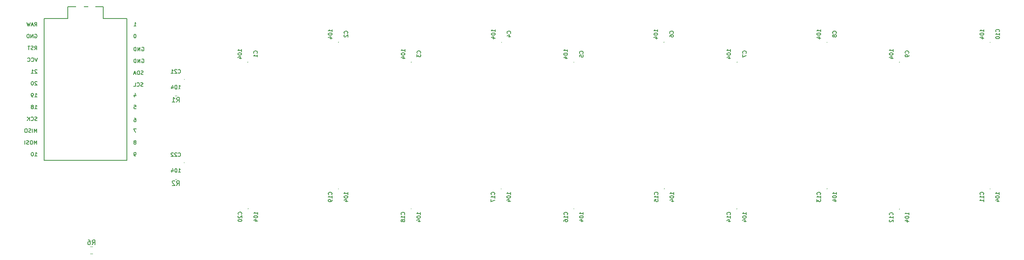
<source format=gbo>
G04 #@! TF.GenerationSoftware,KiCad,Pcbnew,(5.1.10)-1*
G04 #@! TF.CreationDate,2022-05-26T00:57:47+10:00*
G04 #@! TF.ProjectId,UnlockManifolds,556e6c6f-636b-44d6-916e-69666f6c6473,rev?*
G04 #@! TF.SameCoordinates,Original*
G04 #@! TF.FileFunction,Legend,Bot*
G04 #@! TF.FilePolarity,Positive*
%FSLAX46Y46*%
G04 Gerber Fmt 4.6, Leading zero omitted, Abs format (unit mm)*
G04 Created by KiCad (PCBNEW (5.1.10)-1) date 2022-05-26 00:57:47*
%MOMM*%
%LPD*%
G01*
G04 APERTURE LIST*
%ADD10C,0.152400*%
%ADD11C,0.200000*%
%ADD12C,0.120000*%
%ADD13C,0.150000*%
%ADD14R,1.450000X1.150000*%
%ADD15R,1.150000X1.450000*%
%ADD16C,3.500000*%
%ADD17C,3.200000*%
%ADD18C,1.414000*%
%ADD19C,1.500000*%
%ADD20R,1.500000X1.500000*%
%ADD21C,1.725000*%
%ADD22R,1.725000X1.725000*%
%ADD23C,1.300000*%
%ADD24R,1.300000X1.300000*%
%ADD25C,1.600000*%
%ADD26R,1.600000X1.600000*%
G04 APERTURE END LIST*
D10*
X72801117Y-101420990D02*
X72685002Y-101459695D01*
X72491479Y-101459695D01*
X72414069Y-101420990D01*
X72375364Y-101382285D01*
X72336660Y-101304876D01*
X72336660Y-101227466D01*
X72375364Y-101150057D01*
X72414069Y-101111352D01*
X72491479Y-101072647D01*
X72646298Y-101033942D01*
X72723707Y-100995238D01*
X72762412Y-100956533D01*
X72801117Y-100879123D01*
X72801117Y-100801714D01*
X72762412Y-100724304D01*
X72723707Y-100685600D01*
X72646298Y-100646895D01*
X72452774Y-100646895D01*
X72336660Y-100685600D01*
X71523860Y-101382285D02*
X71562564Y-101420990D01*
X71678679Y-101459695D01*
X71756088Y-101459695D01*
X71872202Y-101420990D01*
X71949612Y-101343580D01*
X71988317Y-101266171D01*
X72027021Y-101111352D01*
X72027021Y-100995238D01*
X71988317Y-100840419D01*
X71949612Y-100763009D01*
X71872202Y-100685600D01*
X71756088Y-100646895D01*
X71678679Y-100646895D01*
X71562564Y-100685600D01*
X71523860Y-100724304D01*
X70788469Y-101459695D02*
X71175517Y-101459695D01*
X71175517Y-100646895D01*
X70943288Y-108266895D02*
X71098107Y-108266895D01*
X71175517Y-108305600D01*
X71214221Y-108344304D01*
X71291631Y-108460419D01*
X71330336Y-108615238D01*
X71330336Y-108924876D01*
X71291631Y-109002285D01*
X71252926Y-109040990D01*
X71175517Y-109079695D01*
X71020698Y-109079695D01*
X70943288Y-109040990D01*
X70904583Y-109002285D01*
X70865879Y-108924876D01*
X70865879Y-108731352D01*
X70904583Y-108653942D01*
X70943288Y-108615238D01*
X71020698Y-108576533D01*
X71175517Y-108576533D01*
X71252926Y-108615238D01*
X71291631Y-108653942D01*
X71330336Y-108731352D01*
X70904583Y-105472895D02*
X71291631Y-105472895D01*
X71330336Y-105859942D01*
X71291631Y-105821238D01*
X71214221Y-105782533D01*
X71020698Y-105782533D01*
X70943288Y-105821238D01*
X70904583Y-105859942D01*
X70865879Y-105937352D01*
X70865879Y-106130876D01*
X70904583Y-106208285D01*
X70943288Y-106246990D01*
X71020698Y-106285695D01*
X71214221Y-106285695D01*
X71291631Y-106246990D01*
X71330336Y-106208285D01*
X71175517Y-113441238D02*
X71252926Y-113402533D01*
X71291631Y-113363828D01*
X71330336Y-113286419D01*
X71330336Y-113247714D01*
X71291631Y-113170304D01*
X71252926Y-113131600D01*
X71175517Y-113092895D01*
X71020698Y-113092895D01*
X70943288Y-113131600D01*
X70904583Y-113170304D01*
X70865879Y-113247714D01*
X70865879Y-113286419D01*
X70904583Y-113363828D01*
X70943288Y-113402533D01*
X71020698Y-113441238D01*
X71175517Y-113441238D01*
X71252926Y-113479942D01*
X71291631Y-113518647D01*
X71330336Y-113596057D01*
X71330336Y-113750876D01*
X71291631Y-113828285D01*
X71252926Y-113866990D01*
X71175517Y-113905695D01*
X71020698Y-113905695D01*
X70943288Y-113866990D01*
X70904583Y-113828285D01*
X70865879Y-113750876D01*
X70865879Y-113596057D01*
X70904583Y-113518647D01*
X70943288Y-113479942D01*
X71020698Y-113441238D01*
X71252926Y-116445695D02*
X71098107Y-116445695D01*
X71020698Y-116406990D01*
X70981993Y-116368285D01*
X70904583Y-116252171D01*
X70865879Y-116097352D01*
X70865879Y-115787714D01*
X70904583Y-115710304D01*
X70943288Y-115671600D01*
X71020698Y-115632895D01*
X71175517Y-115632895D01*
X71252926Y-115671600D01*
X71291631Y-115710304D01*
X71330336Y-115787714D01*
X71330336Y-115981238D01*
X71291631Y-116058647D01*
X71252926Y-116097352D01*
X71175517Y-116136057D01*
X71020698Y-116136057D01*
X70943288Y-116097352D01*
X70904583Y-116058647D01*
X70865879Y-115981238D01*
X71369040Y-110552895D02*
X70827174Y-110552895D01*
X71175517Y-111365695D01*
X70943288Y-103203828D02*
X70943288Y-103745695D01*
X71136812Y-102894190D02*
X71330336Y-103474761D01*
X70827174Y-103474761D01*
X72568888Y-93065600D02*
X72646298Y-93026895D01*
X72762412Y-93026895D01*
X72878526Y-93065600D01*
X72955936Y-93143009D01*
X72994640Y-93220419D01*
X73033345Y-93375238D01*
X73033345Y-93491352D01*
X72994640Y-93646171D01*
X72955936Y-93723580D01*
X72878526Y-93800990D01*
X72762412Y-93839695D01*
X72685002Y-93839695D01*
X72568888Y-93800990D01*
X72530183Y-93762285D01*
X72530183Y-93491352D01*
X72685002Y-93491352D01*
X72181840Y-93839695D02*
X72181840Y-93026895D01*
X71717383Y-93839695D01*
X71717383Y-93026895D01*
X71330336Y-93839695D02*
X71330336Y-93026895D01*
X71136812Y-93026895D01*
X71020698Y-93065600D01*
X70943288Y-93143009D01*
X70904583Y-93220419D01*
X70865879Y-93375238D01*
X70865879Y-93491352D01*
X70904583Y-93646171D01*
X70943288Y-93723580D01*
X71020698Y-93800990D01*
X71136812Y-93839695D01*
X71330336Y-93839695D01*
X70865879Y-88505695D02*
X71330336Y-88505695D01*
X71098107Y-88505695D02*
X71098107Y-87692895D01*
X71175517Y-87809009D01*
X71252926Y-87886419D01*
X71330336Y-87925123D01*
X72568888Y-95605600D02*
X72646298Y-95566895D01*
X72762412Y-95566895D01*
X72878526Y-95605600D01*
X72955936Y-95683009D01*
X72994640Y-95760419D01*
X73033345Y-95915238D01*
X73033345Y-96031352D01*
X72994640Y-96186171D01*
X72955936Y-96263580D01*
X72878526Y-96340990D01*
X72762412Y-96379695D01*
X72685002Y-96379695D01*
X72568888Y-96340990D01*
X72530183Y-96302285D01*
X72530183Y-96031352D01*
X72685002Y-96031352D01*
X72181840Y-96379695D02*
X72181840Y-95566895D01*
X71717383Y-96379695D01*
X71717383Y-95566895D01*
X71330336Y-96379695D02*
X71330336Y-95566895D01*
X71136812Y-95566895D01*
X71020698Y-95605600D01*
X70943288Y-95683009D01*
X70904583Y-95760419D01*
X70865879Y-95915238D01*
X70865879Y-96031352D01*
X70904583Y-96186171D01*
X70943288Y-96263580D01*
X71020698Y-96340990D01*
X71136812Y-96379695D01*
X71330336Y-96379695D01*
X71136812Y-90232895D02*
X71059402Y-90232895D01*
X70981993Y-90271600D01*
X70943288Y-90310304D01*
X70904583Y-90387714D01*
X70865879Y-90542533D01*
X70865879Y-90736057D01*
X70904583Y-90890876D01*
X70943288Y-90968285D01*
X70981993Y-91006990D01*
X71059402Y-91045695D01*
X71136812Y-91045695D01*
X71214221Y-91006990D01*
X71252926Y-90968285D01*
X71291631Y-90890876D01*
X71330336Y-90736057D01*
X71330336Y-90542533D01*
X71291631Y-90387714D01*
X71252926Y-90310304D01*
X71214221Y-90271600D01*
X71136812Y-90232895D01*
X72839821Y-98880990D02*
X72723707Y-98919695D01*
X72530183Y-98919695D01*
X72452774Y-98880990D01*
X72414069Y-98842285D01*
X72375364Y-98764876D01*
X72375364Y-98687466D01*
X72414069Y-98610057D01*
X72452774Y-98571352D01*
X72530183Y-98532647D01*
X72685002Y-98493942D01*
X72762412Y-98455238D01*
X72801117Y-98416533D01*
X72839821Y-98339123D01*
X72839821Y-98261714D01*
X72801117Y-98184304D01*
X72762412Y-98145600D01*
X72685002Y-98106895D01*
X72491479Y-98106895D01*
X72375364Y-98145600D01*
X72027021Y-98919695D02*
X72027021Y-98106895D01*
X71833498Y-98106895D01*
X71717383Y-98145600D01*
X71639974Y-98223009D01*
X71601269Y-98300419D01*
X71562564Y-98455238D01*
X71562564Y-98571352D01*
X71601269Y-98726171D01*
X71639974Y-98803580D01*
X71717383Y-98880990D01*
X71833498Y-98919695D01*
X72027021Y-98919695D01*
X71252926Y-98687466D02*
X70865879Y-98687466D01*
X71330336Y-98919695D02*
X71059402Y-98106895D01*
X70788469Y-98919695D01*
X49534959Y-88505695D02*
X49805892Y-88118647D01*
X49999416Y-88505695D02*
X49999416Y-87692895D01*
X49689778Y-87692895D01*
X49612368Y-87731600D01*
X49573663Y-87770304D01*
X49534959Y-87847714D01*
X49534959Y-87963828D01*
X49573663Y-88041238D01*
X49612368Y-88079942D01*
X49689778Y-88118647D01*
X49999416Y-88118647D01*
X49225320Y-88273466D02*
X48838273Y-88273466D01*
X49302730Y-88505695D02*
X49031797Y-87692895D01*
X48760863Y-88505695D01*
X48567340Y-87692895D02*
X48373816Y-88505695D01*
X48218997Y-87925123D01*
X48064178Y-88505695D01*
X47870654Y-87692895D01*
X49573663Y-106285695D02*
X50038120Y-106285695D01*
X49805892Y-106285695D02*
X49805892Y-105472895D01*
X49883301Y-105589009D01*
X49960711Y-105666419D01*
X50038120Y-105705123D01*
X49109206Y-105821238D02*
X49186616Y-105782533D01*
X49225320Y-105743828D01*
X49264025Y-105666419D01*
X49264025Y-105627714D01*
X49225320Y-105550304D01*
X49186616Y-105511600D01*
X49109206Y-105472895D01*
X48954387Y-105472895D01*
X48876978Y-105511600D01*
X48838273Y-105550304D01*
X48799568Y-105627714D01*
X48799568Y-105666419D01*
X48838273Y-105743828D01*
X48876978Y-105782533D01*
X48954387Y-105821238D01*
X49109206Y-105821238D01*
X49186616Y-105859942D01*
X49225320Y-105898647D01*
X49264025Y-105976057D01*
X49264025Y-106130876D01*
X49225320Y-106208285D01*
X49186616Y-106246990D01*
X49109206Y-106285695D01*
X48954387Y-106285695D01*
X48876978Y-106246990D01*
X48838273Y-106208285D01*
X48799568Y-106130876D01*
X48799568Y-105976057D01*
X48838273Y-105898647D01*
X48876978Y-105859942D01*
X48954387Y-105821238D01*
X50038120Y-97930304D02*
X49999416Y-97891600D01*
X49922006Y-97852895D01*
X49728482Y-97852895D01*
X49651073Y-97891600D01*
X49612368Y-97930304D01*
X49573663Y-98007714D01*
X49573663Y-98085123D01*
X49612368Y-98201238D01*
X50076825Y-98665695D01*
X49573663Y-98665695D01*
X48799568Y-98665695D02*
X49264025Y-98665695D01*
X49031797Y-98665695D02*
X49031797Y-97852895D01*
X49109206Y-97969009D01*
X49186616Y-98046419D01*
X49264025Y-98085123D01*
X49573663Y-116445695D02*
X50038120Y-116445695D01*
X49805892Y-116445695D02*
X49805892Y-115632895D01*
X49883301Y-115749009D01*
X49960711Y-115826419D01*
X50038120Y-115865123D01*
X49070501Y-115632895D02*
X48993092Y-115632895D01*
X48915682Y-115671600D01*
X48876978Y-115710304D01*
X48838273Y-115787714D01*
X48799568Y-115942533D01*
X48799568Y-116136057D01*
X48838273Y-116290876D01*
X48876978Y-116368285D01*
X48915682Y-116406990D01*
X48993092Y-116445695D01*
X49070501Y-116445695D01*
X49147911Y-116406990D01*
X49186616Y-116368285D01*
X49225320Y-116290876D01*
X49264025Y-116136057D01*
X49264025Y-115942533D01*
X49225320Y-115787714D01*
X49186616Y-115710304D01*
X49147911Y-115671600D01*
X49070501Y-115632895D01*
X50115530Y-95312895D02*
X49844597Y-96125695D01*
X49573663Y-95312895D01*
X48838273Y-96048285D02*
X48876978Y-96086990D01*
X48993092Y-96125695D01*
X49070501Y-96125695D01*
X49186616Y-96086990D01*
X49264025Y-96009580D01*
X49302730Y-95932171D01*
X49341435Y-95777352D01*
X49341435Y-95661238D01*
X49302730Y-95506419D01*
X49264025Y-95429009D01*
X49186616Y-95351600D01*
X49070501Y-95312895D01*
X48993092Y-95312895D01*
X48876978Y-95351600D01*
X48838273Y-95390304D01*
X48025473Y-96048285D02*
X48064178Y-96086990D01*
X48180292Y-96125695D01*
X48257701Y-96125695D01*
X48373816Y-96086990D01*
X48451225Y-96009580D01*
X48489930Y-95932171D01*
X48528635Y-95777352D01*
X48528635Y-95661238D01*
X48489930Y-95506419D01*
X48451225Y-95429009D01*
X48373816Y-95351600D01*
X48257701Y-95312895D01*
X48180292Y-95312895D01*
X48064178Y-95351600D01*
X48025473Y-95390304D01*
X50038120Y-108786990D02*
X49922006Y-108825695D01*
X49728482Y-108825695D01*
X49651073Y-108786990D01*
X49612368Y-108748285D01*
X49573663Y-108670876D01*
X49573663Y-108593466D01*
X49612368Y-108516057D01*
X49651073Y-108477352D01*
X49728482Y-108438647D01*
X49883301Y-108399942D01*
X49960711Y-108361238D01*
X49999416Y-108322533D01*
X50038120Y-108245123D01*
X50038120Y-108167714D01*
X49999416Y-108090304D01*
X49960711Y-108051600D01*
X49883301Y-108012895D01*
X49689778Y-108012895D01*
X49573663Y-108051600D01*
X48760863Y-108748285D02*
X48799568Y-108786990D01*
X48915682Y-108825695D01*
X48993092Y-108825695D01*
X49109206Y-108786990D01*
X49186616Y-108709580D01*
X49225320Y-108632171D01*
X49264025Y-108477352D01*
X49264025Y-108361238D01*
X49225320Y-108206419D01*
X49186616Y-108129009D01*
X49109206Y-108051600D01*
X48993092Y-108012895D01*
X48915682Y-108012895D01*
X48799568Y-108051600D01*
X48760863Y-108090304D01*
X48412520Y-108825695D02*
X48412520Y-108012895D01*
X47948063Y-108825695D02*
X48296406Y-108361238D01*
X47948063Y-108012895D02*
X48412520Y-108477352D01*
X50038120Y-100470304D02*
X49999416Y-100431600D01*
X49922006Y-100392895D01*
X49728482Y-100392895D01*
X49651073Y-100431600D01*
X49612368Y-100470304D01*
X49573663Y-100547714D01*
X49573663Y-100625123D01*
X49612368Y-100741238D01*
X50076825Y-101205695D01*
X49573663Y-101205695D01*
X49070501Y-100392895D02*
X48993092Y-100392895D01*
X48915682Y-100431600D01*
X48876978Y-100470304D01*
X48838273Y-100547714D01*
X48799568Y-100702533D01*
X48799568Y-100896057D01*
X48838273Y-101050876D01*
X48876978Y-101128285D01*
X48915682Y-101166990D01*
X48993092Y-101205695D01*
X49070501Y-101205695D01*
X49147911Y-101166990D01*
X49186616Y-101128285D01*
X49225320Y-101050876D01*
X49264025Y-100896057D01*
X49264025Y-100702533D01*
X49225320Y-100547714D01*
X49186616Y-100470304D01*
X49147911Y-100431600D01*
X49070501Y-100392895D01*
X49999416Y-111365695D02*
X49999416Y-110552895D01*
X49728482Y-111133466D01*
X49457549Y-110552895D01*
X49457549Y-111365695D01*
X49070501Y-111365695D02*
X49070501Y-110552895D01*
X48722159Y-111326990D02*
X48606044Y-111365695D01*
X48412520Y-111365695D01*
X48335111Y-111326990D01*
X48296406Y-111288285D01*
X48257701Y-111210876D01*
X48257701Y-111133466D01*
X48296406Y-111056057D01*
X48335111Y-111017352D01*
X48412520Y-110978647D01*
X48567340Y-110939942D01*
X48644749Y-110901238D01*
X48683454Y-110862533D01*
X48722159Y-110785123D01*
X48722159Y-110707714D01*
X48683454Y-110630304D01*
X48644749Y-110591600D01*
X48567340Y-110552895D01*
X48373816Y-110552895D01*
X48257701Y-110591600D01*
X47754540Y-110552895D02*
X47599720Y-110552895D01*
X47522311Y-110591600D01*
X47444901Y-110669009D01*
X47406197Y-110823828D01*
X47406197Y-111094761D01*
X47444901Y-111249580D01*
X47522311Y-111326990D01*
X47599720Y-111365695D01*
X47754540Y-111365695D01*
X47831949Y-111326990D01*
X47909359Y-111249580D01*
X47948063Y-111094761D01*
X47948063Y-110823828D01*
X47909359Y-110669009D01*
X47831949Y-110591600D01*
X47754540Y-110552895D01*
X49573663Y-103745695D02*
X50038120Y-103745695D01*
X49805892Y-103745695D02*
X49805892Y-102932895D01*
X49883301Y-103049009D01*
X49960711Y-103126419D01*
X50038120Y-103165123D01*
X49186616Y-103745695D02*
X49031797Y-103745695D01*
X48954387Y-103706990D01*
X48915682Y-103668285D01*
X48838273Y-103552171D01*
X48799568Y-103397352D01*
X48799568Y-103087714D01*
X48838273Y-103010304D01*
X48876978Y-102971600D01*
X48954387Y-102932895D01*
X49109206Y-102932895D01*
X49186616Y-102971600D01*
X49225320Y-103010304D01*
X49264025Y-103087714D01*
X49264025Y-103281238D01*
X49225320Y-103358647D01*
X49186616Y-103397352D01*
X49109206Y-103436057D01*
X48954387Y-103436057D01*
X48876978Y-103397352D01*
X48838273Y-103358647D01*
X48799568Y-103281238D01*
X49999416Y-113905695D02*
X49999416Y-113092895D01*
X49728482Y-113673466D01*
X49457549Y-113092895D01*
X49457549Y-113905695D01*
X48915682Y-113092895D02*
X48760863Y-113092895D01*
X48683454Y-113131600D01*
X48606044Y-113209009D01*
X48567340Y-113363828D01*
X48567340Y-113634761D01*
X48606044Y-113789580D01*
X48683454Y-113866990D01*
X48760863Y-113905695D01*
X48915682Y-113905695D01*
X48993092Y-113866990D01*
X49070501Y-113789580D01*
X49109206Y-113634761D01*
X49109206Y-113363828D01*
X49070501Y-113209009D01*
X48993092Y-113131600D01*
X48915682Y-113092895D01*
X48257701Y-113866990D02*
X48141587Y-113905695D01*
X47948063Y-113905695D01*
X47870654Y-113866990D01*
X47831949Y-113828285D01*
X47793244Y-113750876D01*
X47793244Y-113673466D01*
X47831949Y-113596057D01*
X47870654Y-113557352D01*
X47948063Y-113518647D01*
X48102882Y-113479942D01*
X48180292Y-113441238D01*
X48218997Y-113402533D01*
X48257701Y-113325123D01*
X48257701Y-113247714D01*
X48218997Y-113170304D01*
X48180292Y-113131600D01*
X48102882Y-113092895D01*
X47909359Y-113092895D01*
X47793244Y-113131600D01*
X47444901Y-113905695D02*
X47444901Y-113092895D01*
X49534959Y-93585695D02*
X49805892Y-93198647D01*
X49999416Y-93585695D02*
X49999416Y-92772895D01*
X49689778Y-92772895D01*
X49612368Y-92811600D01*
X49573663Y-92850304D01*
X49534959Y-92927714D01*
X49534959Y-93043828D01*
X49573663Y-93121238D01*
X49612368Y-93159942D01*
X49689778Y-93198647D01*
X49999416Y-93198647D01*
X49225320Y-93546990D02*
X49109206Y-93585695D01*
X48915682Y-93585695D01*
X48838273Y-93546990D01*
X48799568Y-93508285D01*
X48760863Y-93430876D01*
X48760863Y-93353466D01*
X48799568Y-93276057D01*
X48838273Y-93237352D01*
X48915682Y-93198647D01*
X49070501Y-93159942D01*
X49147911Y-93121238D01*
X49186616Y-93082533D01*
X49225320Y-93005123D01*
X49225320Y-92927714D01*
X49186616Y-92850304D01*
X49147911Y-92811600D01*
X49070501Y-92772895D01*
X48876978Y-92772895D01*
X48760863Y-92811600D01*
X48528635Y-92772895D02*
X48064178Y-92772895D01*
X48296406Y-93585695D02*
X48296406Y-92772895D01*
X49573663Y-90271600D02*
X49651073Y-90232895D01*
X49767187Y-90232895D01*
X49883301Y-90271600D01*
X49960711Y-90349009D01*
X49999416Y-90426419D01*
X50038120Y-90581238D01*
X50038120Y-90697352D01*
X49999416Y-90852171D01*
X49960711Y-90929580D01*
X49883301Y-91006990D01*
X49767187Y-91045695D01*
X49689778Y-91045695D01*
X49573663Y-91006990D01*
X49534959Y-90968285D01*
X49534959Y-90697352D01*
X49689778Y-90697352D01*
X49186616Y-91045695D02*
X49186616Y-90232895D01*
X48722159Y-91045695D01*
X48722159Y-90232895D01*
X48335111Y-91045695D02*
X48335111Y-90232895D01*
X48141587Y-90232895D01*
X48025473Y-90271600D01*
X47948063Y-90349009D01*
X47909359Y-90426419D01*
X47870654Y-90581238D01*
X47870654Y-90697352D01*
X47909359Y-90852171D01*
X47948063Y-90929580D01*
X48025473Y-91006990D01*
X48141587Y-91045695D01*
X48335111Y-91045695D01*
D11*
X219810800Y-123446600D02*
G75*
G03*
X219810800Y-123446600I-50000J0D01*
G01*
X95376200Y-96238000D02*
G75*
G03*
X95376200Y-96238000I-50000J0D01*
G01*
X114832600Y-91970800D02*
G75*
G03*
X114832600Y-91970800I-50000J0D01*
G01*
X130479000Y-96238000D02*
G75*
G03*
X130479000Y-96238000I-50000J0D01*
G01*
X149859200Y-91970800D02*
G75*
G03*
X149859200Y-91970800I-50000J0D01*
G01*
X165429400Y-96263400D02*
G75*
G03*
X165429400Y-96263400I-50000J0D01*
G01*
X184784200Y-91970800D02*
G75*
G03*
X184784200Y-91970800I-50000J0D01*
G01*
X200481400Y-96238000D02*
G75*
G03*
X200481400Y-96238000I-50000J0D01*
G01*
X219810800Y-91970800D02*
G75*
G03*
X219810800Y-91970800I-50000J0D01*
G01*
X235381000Y-96238000D02*
G75*
G03*
X235381000Y-96238000I-50000J0D01*
G01*
X254862800Y-91970800D02*
G75*
G03*
X254862800Y-91970800I-50000J0D01*
G01*
X254837400Y-123472000D02*
G75*
G03*
X254837400Y-123472000I-50000J0D01*
G01*
X235381000Y-127840800D02*
G75*
G03*
X235381000Y-127840800I-50000J0D01*
G01*
X200456000Y-127790000D02*
G75*
G03*
X200456000Y-127790000I-50000J0D01*
G01*
X184860400Y-123472000D02*
G75*
G03*
X184860400Y-123472000I-50000J0D01*
G01*
X165429400Y-127764600D02*
G75*
G03*
X165429400Y-127764600I-50000J0D01*
G01*
X149783000Y-123472000D02*
G75*
G03*
X149783000Y-123472000I-50000J0D01*
G01*
X130453600Y-127790000D02*
G75*
G03*
X130453600Y-127790000I-50000J0D01*
G01*
X114807200Y-123472000D02*
G75*
G03*
X114807200Y-123472000I-50000J0D01*
G01*
X95427000Y-127739200D02*
G75*
G03*
X95427000Y-127739200I-50000J0D01*
G01*
X81683000Y-99949000D02*
G75*
G03*
X81683000Y-99949000I-50000J0D01*
G01*
X81683000Y-117856000D02*
G75*
G03*
X81683000Y-117856000I-50000J0D01*
G01*
D12*
X79655936Y-102008000D02*
X80110064Y-102008000D01*
X79655936Y-103478000D02*
X80110064Y-103478000D01*
X79655936Y-119915000D02*
X80110064Y-119915000D01*
X79655936Y-121385000D02*
X80110064Y-121385000D01*
X61949064Y-137387000D02*
X61494936Y-137387000D01*
X61949064Y-135917000D02*
X61494936Y-135917000D01*
D13*
X51562000Y-117348000D02*
X69342000Y-117348000D01*
X51562000Y-86868000D02*
X51562000Y-117348000D01*
X56642000Y-86868000D02*
X51562000Y-86868000D01*
X56642000Y-84328000D02*
X56642000Y-86868000D01*
X64262000Y-84328000D02*
X56642000Y-84328000D01*
X64262000Y-86868000D02*
X64262000Y-84328000D01*
X69342000Y-86868000D02*
X64262000Y-86868000D01*
X69342000Y-86868000D02*
X69342000Y-117348000D01*
X218359954Y-124687394D02*
X218398049Y-124649299D01*
X218436144Y-124535013D01*
X218436144Y-124458822D01*
X218398049Y-124344537D01*
X218321859Y-124268346D01*
X218245668Y-124230251D01*
X218093287Y-124192156D01*
X217979001Y-124192156D01*
X217826620Y-124230251D01*
X217750430Y-124268346D01*
X217674240Y-124344537D01*
X217636144Y-124458822D01*
X217636144Y-124535013D01*
X217674240Y-124649299D01*
X217712335Y-124687394D01*
X218436144Y-125449299D02*
X218436144Y-124992156D01*
X218436144Y-125220727D02*
X217636144Y-125220727D01*
X217750430Y-125144537D01*
X217826620Y-125068346D01*
X217864716Y-124992156D01*
X217636144Y-125715965D02*
X217636144Y-126211203D01*
X217940906Y-125944537D01*
X217940906Y-126058822D01*
X217979001Y-126135013D01*
X218017097Y-126173108D01*
X218093287Y-126211203D01*
X218283763Y-126211203D01*
X218359954Y-126173108D01*
X218398049Y-126135013D01*
X218436144Y-126058822D01*
X218436144Y-125830251D01*
X218398049Y-125754060D01*
X218359954Y-125715965D01*
D11*
X221814344Y-124658186D02*
X221814344Y-124201043D01*
X221814344Y-124429615D02*
X221014344Y-124429615D01*
X221128630Y-124353424D01*
X221204820Y-124277234D01*
X221242916Y-124201043D01*
X221014344Y-125153424D02*
X221014344Y-125229615D01*
X221052440Y-125305805D01*
X221090535Y-125343900D01*
X221166725Y-125381996D01*
X221319106Y-125420091D01*
X221509582Y-125420091D01*
X221661963Y-125381996D01*
X221738154Y-125343900D01*
X221776249Y-125305805D01*
X221814344Y-125229615D01*
X221814344Y-125153424D01*
X221776249Y-125077234D01*
X221738154Y-125039139D01*
X221661963Y-125001043D01*
X221509582Y-124962948D01*
X221319106Y-124962948D01*
X221166725Y-125001043D01*
X221090535Y-125039139D01*
X221052440Y-125077234D01*
X221014344Y-125153424D01*
X221281011Y-126105805D02*
X221814344Y-126105805D01*
X220976249Y-125915329D02*
X221547678Y-125724853D01*
X221547678Y-126220091D01*
D13*
X97298474Y-94349586D02*
X97336569Y-94311491D01*
X97374664Y-94197205D01*
X97374664Y-94121015D01*
X97336569Y-94006729D01*
X97260379Y-93930539D01*
X97184188Y-93892443D01*
X97031807Y-93854348D01*
X96917521Y-93854348D01*
X96765140Y-93892443D01*
X96688950Y-93930539D01*
X96612760Y-94006729D01*
X96574664Y-94121015D01*
X96574664Y-94197205D01*
X96612760Y-94311491D01*
X96650855Y-94349586D01*
X97374664Y-95111491D02*
X97374664Y-94654348D01*
X97374664Y-94882920D02*
X96574664Y-94882920D01*
X96688950Y-94806729D01*
X96765140Y-94730539D01*
X96803236Y-94654348D01*
D11*
X93996464Y-93959746D02*
X93996464Y-93502603D01*
X93996464Y-93731175D02*
X93196464Y-93731175D01*
X93310750Y-93654984D01*
X93386940Y-93578794D01*
X93425036Y-93502603D01*
X93196464Y-94454984D02*
X93196464Y-94531175D01*
X93234560Y-94607365D01*
X93272655Y-94645460D01*
X93348845Y-94683556D01*
X93501226Y-94721651D01*
X93691702Y-94721651D01*
X93844083Y-94683556D01*
X93920274Y-94645460D01*
X93958369Y-94607365D01*
X93996464Y-94531175D01*
X93996464Y-94454984D01*
X93958369Y-94378794D01*
X93920274Y-94340699D01*
X93844083Y-94302603D01*
X93691702Y-94264508D01*
X93501226Y-94264508D01*
X93348845Y-94302603D01*
X93272655Y-94340699D01*
X93234560Y-94378794D01*
X93196464Y-94454984D01*
X93463131Y-95407365D02*
X93996464Y-95407365D01*
X93158369Y-95216889D02*
X93729798Y-95026413D01*
X93729798Y-95521651D01*
D13*
X116754874Y-90082386D02*
X116792969Y-90044291D01*
X116831064Y-89930005D01*
X116831064Y-89853815D01*
X116792969Y-89739529D01*
X116716779Y-89663339D01*
X116640588Y-89625243D01*
X116488207Y-89587148D01*
X116373921Y-89587148D01*
X116221540Y-89625243D01*
X116145350Y-89663339D01*
X116069160Y-89739529D01*
X116031064Y-89853815D01*
X116031064Y-89930005D01*
X116069160Y-90044291D01*
X116107255Y-90082386D01*
X116107255Y-90387148D02*
X116069160Y-90425243D01*
X116031064Y-90501434D01*
X116031064Y-90691910D01*
X116069160Y-90768100D01*
X116107255Y-90806196D01*
X116183445Y-90844291D01*
X116259636Y-90844291D01*
X116373921Y-90806196D01*
X116831064Y-90349053D01*
X116831064Y-90844291D01*
D11*
X113452864Y-89692546D02*
X113452864Y-89235403D01*
X113452864Y-89463975D02*
X112652864Y-89463975D01*
X112767150Y-89387784D01*
X112843340Y-89311594D01*
X112881436Y-89235403D01*
X112652864Y-90187784D02*
X112652864Y-90263975D01*
X112690960Y-90340165D01*
X112729055Y-90378260D01*
X112805245Y-90416356D01*
X112957626Y-90454451D01*
X113148102Y-90454451D01*
X113300483Y-90416356D01*
X113376674Y-90378260D01*
X113414769Y-90340165D01*
X113452864Y-90263975D01*
X113452864Y-90187784D01*
X113414769Y-90111594D01*
X113376674Y-90073499D01*
X113300483Y-90035403D01*
X113148102Y-89997308D01*
X112957626Y-89997308D01*
X112805245Y-90035403D01*
X112729055Y-90073499D01*
X112690960Y-90111594D01*
X112652864Y-90187784D01*
X112919531Y-91140165D02*
X113452864Y-91140165D01*
X112614769Y-90949689D02*
X113186198Y-90759213D01*
X113186198Y-91254451D01*
D13*
X132401274Y-94349586D02*
X132439369Y-94311491D01*
X132477464Y-94197205D01*
X132477464Y-94121015D01*
X132439369Y-94006729D01*
X132363179Y-93930539D01*
X132286988Y-93892443D01*
X132134607Y-93854348D01*
X132020321Y-93854348D01*
X131867940Y-93892443D01*
X131791750Y-93930539D01*
X131715560Y-94006729D01*
X131677464Y-94121015D01*
X131677464Y-94197205D01*
X131715560Y-94311491D01*
X131753655Y-94349586D01*
X131677464Y-94616253D02*
X131677464Y-95111491D01*
X131982226Y-94844824D01*
X131982226Y-94959110D01*
X132020321Y-95035300D01*
X132058417Y-95073396D01*
X132134607Y-95111491D01*
X132325083Y-95111491D01*
X132401274Y-95073396D01*
X132439369Y-95035300D01*
X132477464Y-94959110D01*
X132477464Y-94730539D01*
X132439369Y-94654348D01*
X132401274Y-94616253D01*
D11*
X129099264Y-93959746D02*
X129099264Y-93502603D01*
X129099264Y-93731175D02*
X128299264Y-93731175D01*
X128413550Y-93654984D01*
X128489740Y-93578794D01*
X128527836Y-93502603D01*
X128299264Y-94454984D02*
X128299264Y-94531175D01*
X128337360Y-94607365D01*
X128375455Y-94645460D01*
X128451645Y-94683556D01*
X128604026Y-94721651D01*
X128794502Y-94721651D01*
X128946883Y-94683556D01*
X129023074Y-94645460D01*
X129061169Y-94607365D01*
X129099264Y-94531175D01*
X129099264Y-94454984D01*
X129061169Y-94378794D01*
X129023074Y-94340699D01*
X128946883Y-94302603D01*
X128794502Y-94264508D01*
X128604026Y-94264508D01*
X128451645Y-94302603D01*
X128375455Y-94340699D01*
X128337360Y-94378794D01*
X128299264Y-94454984D01*
X128565931Y-95407365D02*
X129099264Y-95407365D01*
X128261169Y-95216889D02*
X128832598Y-95026413D01*
X128832598Y-95521651D01*
D13*
X151781474Y-90082386D02*
X151819569Y-90044291D01*
X151857664Y-89930005D01*
X151857664Y-89853815D01*
X151819569Y-89739529D01*
X151743379Y-89663339D01*
X151667188Y-89625243D01*
X151514807Y-89587148D01*
X151400521Y-89587148D01*
X151248140Y-89625243D01*
X151171950Y-89663339D01*
X151095760Y-89739529D01*
X151057664Y-89853815D01*
X151057664Y-89930005D01*
X151095760Y-90044291D01*
X151133855Y-90082386D01*
X151324331Y-90768100D02*
X151857664Y-90768100D01*
X151019569Y-90577624D02*
X151590998Y-90387148D01*
X151590998Y-90882386D01*
D11*
X148479464Y-89692546D02*
X148479464Y-89235403D01*
X148479464Y-89463975D02*
X147679464Y-89463975D01*
X147793750Y-89387784D01*
X147869940Y-89311594D01*
X147908036Y-89235403D01*
X147679464Y-90187784D02*
X147679464Y-90263975D01*
X147717560Y-90340165D01*
X147755655Y-90378260D01*
X147831845Y-90416356D01*
X147984226Y-90454451D01*
X148174702Y-90454451D01*
X148327083Y-90416356D01*
X148403274Y-90378260D01*
X148441369Y-90340165D01*
X148479464Y-90263975D01*
X148479464Y-90187784D01*
X148441369Y-90111594D01*
X148403274Y-90073499D01*
X148327083Y-90035403D01*
X148174702Y-89997308D01*
X147984226Y-89997308D01*
X147831845Y-90035403D01*
X147755655Y-90073499D01*
X147717560Y-90111594D01*
X147679464Y-90187784D01*
X147946131Y-91140165D02*
X148479464Y-91140165D01*
X147641369Y-90949689D02*
X148212798Y-90759213D01*
X148212798Y-91254451D01*
D13*
X167351674Y-94374986D02*
X167389769Y-94336891D01*
X167427864Y-94222605D01*
X167427864Y-94146415D01*
X167389769Y-94032129D01*
X167313579Y-93955939D01*
X167237388Y-93917843D01*
X167085007Y-93879748D01*
X166970721Y-93879748D01*
X166818340Y-93917843D01*
X166742150Y-93955939D01*
X166665960Y-94032129D01*
X166627864Y-94146415D01*
X166627864Y-94222605D01*
X166665960Y-94336891D01*
X166704055Y-94374986D01*
X166627864Y-95098796D02*
X166627864Y-94717843D01*
X167008817Y-94679748D01*
X166970721Y-94717843D01*
X166932626Y-94794034D01*
X166932626Y-94984510D01*
X166970721Y-95060700D01*
X167008817Y-95098796D01*
X167085007Y-95136891D01*
X167275483Y-95136891D01*
X167351674Y-95098796D01*
X167389769Y-95060700D01*
X167427864Y-94984510D01*
X167427864Y-94794034D01*
X167389769Y-94717843D01*
X167351674Y-94679748D01*
D11*
X164049664Y-93985146D02*
X164049664Y-93528003D01*
X164049664Y-93756575D02*
X163249664Y-93756575D01*
X163363950Y-93680384D01*
X163440140Y-93604194D01*
X163478236Y-93528003D01*
X163249664Y-94480384D02*
X163249664Y-94556575D01*
X163287760Y-94632765D01*
X163325855Y-94670860D01*
X163402045Y-94708956D01*
X163554426Y-94747051D01*
X163744902Y-94747051D01*
X163897283Y-94708956D01*
X163973474Y-94670860D01*
X164011569Y-94632765D01*
X164049664Y-94556575D01*
X164049664Y-94480384D01*
X164011569Y-94404194D01*
X163973474Y-94366099D01*
X163897283Y-94328003D01*
X163744902Y-94289908D01*
X163554426Y-94289908D01*
X163402045Y-94328003D01*
X163325855Y-94366099D01*
X163287760Y-94404194D01*
X163249664Y-94480384D01*
X163516331Y-95432765D02*
X164049664Y-95432765D01*
X163211569Y-95242289D02*
X163782998Y-95051813D01*
X163782998Y-95547051D01*
D13*
X186706474Y-90082386D02*
X186744569Y-90044291D01*
X186782664Y-89930005D01*
X186782664Y-89853815D01*
X186744569Y-89739529D01*
X186668379Y-89663339D01*
X186592188Y-89625243D01*
X186439807Y-89587148D01*
X186325521Y-89587148D01*
X186173140Y-89625243D01*
X186096950Y-89663339D01*
X186020760Y-89739529D01*
X185982664Y-89853815D01*
X185982664Y-89930005D01*
X186020760Y-90044291D01*
X186058855Y-90082386D01*
X185982664Y-90768100D02*
X185982664Y-90615720D01*
X186020760Y-90539529D01*
X186058855Y-90501434D01*
X186173140Y-90425243D01*
X186325521Y-90387148D01*
X186630283Y-90387148D01*
X186706474Y-90425243D01*
X186744569Y-90463339D01*
X186782664Y-90539529D01*
X186782664Y-90691910D01*
X186744569Y-90768100D01*
X186706474Y-90806196D01*
X186630283Y-90844291D01*
X186439807Y-90844291D01*
X186363617Y-90806196D01*
X186325521Y-90768100D01*
X186287426Y-90691910D01*
X186287426Y-90539529D01*
X186325521Y-90463339D01*
X186363617Y-90425243D01*
X186439807Y-90387148D01*
D11*
X183404464Y-89692546D02*
X183404464Y-89235403D01*
X183404464Y-89463975D02*
X182604464Y-89463975D01*
X182718750Y-89387784D01*
X182794940Y-89311594D01*
X182833036Y-89235403D01*
X182604464Y-90187784D02*
X182604464Y-90263975D01*
X182642560Y-90340165D01*
X182680655Y-90378260D01*
X182756845Y-90416356D01*
X182909226Y-90454451D01*
X183099702Y-90454451D01*
X183252083Y-90416356D01*
X183328274Y-90378260D01*
X183366369Y-90340165D01*
X183404464Y-90263975D01*
X183404464Y-90187784D01*
X183366369Y-90111594D01*
X183328274Y-90073499D01*
X183252083Y-90035403D01*
X183099702Y-89997308D01*
X182909226Y-89997308D01*
X182756845Y-90035403D01*
X182680655Y-90073499D01*
X182642560Y-90111594D01*
X182604464Y-90187784D01*
X182871131Y-91140165D02*
X183404464Y-91140165D01*
X182566369Y-90949689D02*
X183137798Y-90759213D01*
X183137798Y-91254451D01*
D13*
X202403674Y-94349586D02*
X202441769Y-94311491D01*
X202479864Y-94197205D01*
X202479864Y-94121015D01*
X202441769Y-94006729D01*
X202365579Y-93930539D01*
X202289388Y-93892443D01*
X202137007Y-93854348D01*
X202022721Y-93854348D01*
X201870340Y-93892443D01*
X201794150Y-93930539D01*
X201717960Y-94006729D01*
X201679864Y-94121015D01*
X201679864Y-94197205D01*
X201717960Y-94311491D01*
X201756055Y-94349586D01*
X201679864Y-94616253D02*
X201679864Y-95149586D01*
X202479864Y-94806729D01*
D11*
X199101664Y-93959746D02*
X199101664Y-93502603D01*
X199101664Y-93731175D02*
X198301664Y-93731175D01*
X198415950Y-93654984D01*
X198492140Y-93578794D01*
X198530236Y-93502603D01*
X198301664Y-94454984D02*
X198301664Y-94531175D01*
X198339760Y-94607365D01*
X198377855Y-94645460D01*
X198454045Y-94683556D01*
X198606426Y-94721651D01*
X198796902Y-94721651D01*
X198949283Y-94683556D01*
X199025474Y-94645460D01*
X199063569Y-94607365D01*
X199101664Y-94531175D01*
X199101664Y-94454984D01*
X199063569Y-94378794D01*
X199025474Y-94340699D01*
X198949283Y-94302603D01*
X198796902Y-94264508D01*
X198606426Y-94264508D01*
X198454045Y-94302603D01*
X198377855Y-94340699D01*
X198339760Y-94378794D01*
X198301664Y-94454984D01*
X198568331Y-95407365D02*
X199101664Y-95407365D01*
X198263569Y-95216889D02*
X198834998Y-95026413D01*
X198834998Y-95521651D01*
D13*
X221733074Y-90082386D02*
X221771169Y-90044291D01*
X221809264Y-89930005D01*
X221809264Y-89853815D01*
X221771169Y-89739529D01*
X221694979Y-89663339D01*
X221618788Y-89625243D01*
X221466407Y-89587148D01*
X221352121Y-89587148D01*
X221199740Y-89625243D01*
X221123550Y-89663339D01*
X221047360Y-89739529D01*
X221009264Y-89853815D01*
X221009264Y-89930005D01*
X221047360Y-90044291D01*
X221085455Y-90082386D01*
X221352121Y-90539529D02*
X221314026Y-90463339D01*
X221275931Y-90425243D01*
X221199740Y-90387148D01*
X221161645Y-90387148D01*
X221085455Y-90425243D01*
X221047360Y-90463339D01*
X221009264Y-90539529D01*
X221009264Y-90691910D01*
X221047360Y-90768100D01*
X221085455Y-90806196D01*
X221161645Y-90844291D01*
X221199740Y-90844291D01*
X221275931Y-90806196D01*
X221314026Y-90768100D01*
X221352121Y-90691910D01*
X221352121Y-90539529D01*
X221390217Y-90463339D01*
X221428312Y-90425243D01*
X221504502Y-90387148D01*
X221656883Y-90387148D01*
X221733074Y-90425243D01*
X221771169Y-90463339D01*
X221809264Y-90539529D01*
X221809264Y-90691910D01*
X221771169Y-90768100D01*
X221733074Y-90806196D01*
X221656883Y-90844291D01*
X221504502Y-90844291D01*
X221428312Y-90806196D01*
X221390217Y-90768100D01*
X221352121Y-90691910D01*
D11*
X218431064Y-89692546D02*
X218431064Y-89235403D01*
X218431064Y-89463975D02*
X217631064Y-89463975D01*
X217745350Y-89387784D01*
X217821540Y-89311594D01*
X217859636Y-89235403D01*
X217631064Y-90187784D02*
X217631064Y-90263975D01*
X217669160Y-90340165D01*
X217707255Y-90378260D01*
X217783445Y-90416356D01*
X217935826Y-90454451D01*
X218126302Y-90454451D01*
X218278683Y-90416356D01*
X218354874Y-90378260D01*
X218392969Y-90340165D01*
X218431064Y-90263975D01*
X218431064Y-90187784D01*
X218392969Y-90111594D01*
X218354874Y-90073499D01*
X218278683Y-90035403D01*
X218126302Y-89997308D01*
X217935826Y-89997308D01*
X217783445Y-90035403D01*
X217707255Y-90073499D01*
X217669160Y-90111594D01*
X217631064Y-90187784D01*
X217897731Y-91140165D02*
X218431064Y-91140165D01*
X217592969Y-90949689D02*
X218164398Y-90759213D01*
X218164398Y-91254451D01*
D13*
X237303274Y-94349586D02*
X237341369Y-94311491D01*
X237379464Y-94197205D01*
X237379464Y-94121015D01*
X237341369Y-94006729D01*
X237265179Y-93930539D01*
X237188988Y-93892443D01*
X237036607Y-93854348D01*
X236922321Y-93854348D01*
X236769940Y-93892443D01*
X236693750Y-93930539D01*
X236617560Y-94006729D01*
X236579464Y-94121015D01*
X236579464Y-94197205D01*
X236617560Y-94311491D01*
X236655655Y-94349586D01*
X237379464Y-94730539D02*
X237379464Y-94882920D01*
X237341369Y-94959110D01*
X237303274Y-94997205D01*
X237188988Y-95073396D01*
X237036607Y-95111491D01*
X236731845Y-95111491D01*
X236655655Y-95073396D01*
X236617560Y-95035300D01*
X236579464Y-94959110D01*
X236579464Y-94806729D01*
X236617560Y-94730539D01*
X236655655Y-94692443D01*
X236731845Y-94654348D01*
X236922321Y-94654348D01*
X236998512Y-94692443D01*
X237036607Y-94730539D01*
X237074702Y-94806729D01*
X237074702Y-94959110D01*
X237036607Y-95035300D01*
X236998512Y-95073396D01*
X236922321Y-95111491D01*
D11*
X234001264Y-93959746D02*
X234001264Y-93502603D01*
X234001264Y-93731175D02*
X233201264Y-93731175D01*
X233315550Y-93654984D01*
X233391740Y-93578794D01*
X233429836Y-93502603D01*
X233201264Y-94454984D02*
X233201264Y-94531175D01*
X233239360Y-94607365D01*
X233277455Y-94645460D01*
X233353645Y-94683556D01*
X233506026Y-94721651D01*
X233696502Y-94721651D01*
X233848883Y-94683556D01*
X233925074Y-94645460D01*
X233963169Y-94607365D01*
X234001264Y-94531175D01*
X234001264Y-94454984D01*
X233963169Y-94378794D01*
X233925074Y-94340699D01*
X233848883Y-94302603D01*
X233696502Y-94264508D01*
X233506026Y-94264508D01*
X233353645Y-94302603D01*
X233277455Y-94340699D01*
X233239360Y-94378794D01*
X233201264Y-94454984D01*
X233467931Y-95407365D02*
X234001264Y-95407365D01*
X233163169Y-95216889D02*
X233734598Y-95026413D01*
X233734598Y-95521651D01*
D13*
X256785074Y-89701434D02*
X256823169Y-89663339D01*
X256861264Y-89549053D01*
X256861264Y-89472862D01*
X256823169Y-89358577D01*
X256746979Y-89282386D01*
X256670788Y-89244291D01*
X256518407Y-89206196D01*
X256404121Y-89206196D01*
X256251740Y-89244291D01*
X256175550Y-89282386D01*
X256099360Y-89358577D01*
X256061264Y-89472862D01*
X256061264Y-89549053D01*
X256099360Y-89663339D01*
X256137455Y-89701434D01*
X256861264Y-90463339D02*
X256861264Y-90006196D01*
X256861264Y-90234767D02*
X256061264Y-90234767D01*
X256175550Y-90158577D01*
X256251740Y-90082386D01*
X256289836Y-90006196D01*
X256061264Y-90958577D02*
X256061264Y-91034767D01*
X256099360Y-91110958D01*
X256137455Y-91149053D01*
X256213645Y-91187148D01*
X256366026Y-91225243D01*
X256556502Y-91225243D01*
X256708883Y-91187148D01*
X256785074Y-91149053D01*
X256823169Y-91110958D01*
X256861264Y-91034767D01*
X256861264Y-90958577D01*
X256823169Y-90882386D01*
X256785074Y-90844291D01*
X256708883Y-90806196D01*
X256556502Y-90768100D01*
X256366026Y-90768100D01*
X256213645Y-90806196D01*
X256137455Y-90844291D01*
X256099360Y-90882386D01*
X256061264Y-90958577D01*
D11*
X253483064Y-89692546D02*
X253483064Y-89235403D01*
X253483064Y-89463975D02*
X252683064Y-89463975D01*
X252797350Y-89387784D01*
X252873540Y-89311594D01*
X252911636Y-89235403D01*
X252683064Y-90187784D02*
X252683064Y-90263975D01*
X252721160Y-90340165D01*
X252759255Y-90378260D01*
X252835445Y-90416356D01*
X252987826Y-90454451D01*
X253178302Y-90454451D01*
X253330683Y-90416356D01*
X253406874Y-90378260D01*
X253444969Y-90340165D01*
X253483064Y-90263975D01*
X253483064Y-90187784D01*
X253444969Y-90111594D01*
X253406874Y-90073499D01*
X253330683Y-90035403D01*
X253178302Y-89997308D01*
X252987826Y-89997308D01*
X252835445Y-90035403D01*
X252759255Y-90073499D01*
X252721160Y-90111594D01*
X252683064Y-90187784D01*
X252949731Y-91140165D02*
X253483064Y-91140165D01*
X252644969Y-90949689D02*
X253216398Y-90759213D01*
X253216398Y-91254451D01*
D13*
X253386554Y-124712794D02*
X253424649Y-124674699D01*
X253462744Y-124560413D01*
X253462744Y-124484222D01*
X253424649Y-124369937D01*
X253348459Y-124293746D01*
X253272268Y-124255651D01*
X253119887Y-124217556D01*
X253005601Y-124217556D01*
X252853220Y-124255651D01*
X252777030Y-124293746D01*
X252700840Y-124369937D01*
X252662744Y-124484222D01*
X252662744Y-124560413D01*
X252700840Y-124674699D01*
X252738935Y-124712794D01*
X253462744Y-125474699D02*
X253462744Y-125017556D01*
X253462744Y-125246127D02*
X252662744Y-125246127D01*
X252777030Y-125169937D01*
X252853220Y-125093746D01*
X252891316Y-125017556D01*
X253462744Y-126236603D02*
X253462744Y-125779460D01*
X253462744Y-126008032D02*
X252662744Y-126008032D01*
X252777030Y-125931841D01*
X252853220Y-125855651D01*
X252891316Y-125779460D01*
D11*
X256840944Y-124683586D02*
X256840944Y-124226443D01*
X256840944Y-124455015D02*
X256040944Y-124455015D01*
X256155230Y-124378824D01*
X256231420Y-124302634D01*
X256269516Y-124226443D01*
X256040944Y-125178824D02*
X256040944Y-125255015D01*
X256079040Y-125331205D01*
X256117135Y-125369300D01*
X256193325Y-125407396D01*
X256345706Y-125445491D01*
X256536182Y-125445491D01*
X256688563Y-125407396D01*
X256764754Y-125369300D01*
X256802849Y-125331205D01*
X256840944Y-125255015D01*
X256840944Y-125178824D01*
X256802849Y-125102634D01*
X256764754Y-125064539D01*
X256688563Y-125026443D01*
X256536182Y-124988348D01*
X256345706Y-124988348D01*
X256193325Y-125026443D01*
X256117135Y-125064539D01*
X256079040Y-125102634D01*
X256040944Y-125178824D01*
X256307611Y-126131205D02*
X256840944Y-126131205D01*
X256002849Y-125940729D02*
X256574278Y-125750253D01*
X256574278Y-126245491D01*
D13*
X233930154Y-129081594D02*
X233968249Y-129043499D01*
X234006344Y-128929213D01*
X234006344Y-128853022D01*
X233968249Y-128738737D01*
X233892059Y-128662546D01*
X233815868Y-128624451D01*
X233663487Y-128586356D01*
X233549201Y-128586356D01*
X233396820Y-128624451D01*
X233320630Y-128662546D01*
X233244440Y-128738737D01*
X233206344Y-128853022D01*
X233206344Y-128929213D01*
X233244440Y-129043499D01*
X233282535Y-129081594D01*
X234006344Y-129843499D02*
X234006344Y-129386356D01*
X234006344Y-129614927D02*
X233206344Y-129614927D01*
X233320630Y-129538737D01*
X233396820Y-129462546D01*
X233434916Y-129386356D01*
X233282535Y-130148260D02*
X233244440Y-130186356D01*
X233206344Y-130262546D01*
X233206344Y-130453022D01*
X233244440Y-130529213D01*
X233282535Y-130567308D01*
X233358725Y-130605403D01*
X233434916Y-130605403D01*
X233549201Y-130567308D01*
X234006344Y-130110165D01*
X234006344Y-130605403D01*
D11*
X237384544Y-129052386D02*
X237384544Y-128595243D01*
X237384544Y-128823815D02*
X236584544Y-128823815D01*
X236698830Y-128747624D01*
X236775020Y-128671434D01*
X236813116Y-128595243D01*
X236584544Y-129547624D02*
X236584544Y-129623815D01*
X236622640Y-129700005D01*
X236660735Y-129738100D01*
X236736925Y-129776196D01*
X236889306Y-129814291D01*
X237079782Y-129814291D01*
X237232163Y-129776196D01*
X237308354Y-129738100D01*
X237346449Y-129700005D01*
X237384544Y-129623815D01*
X237384544Y-129547624D01*
X237346449Y-129471434D01*
X237308354Y-129433339D01*
X237232163Y-129395243D01*
X237079782Y-129357148D01*
X236889306Y-129357148D01*
X236736925Y-129395243D01*
X236660735Y-129433339D01*
X236622640Y-129471434D01*
X236584544Y-129547624D01*
X236851211Y-130500005D02*
X237384544Y-130500005D01*
X236546449Y-130309529D02*
X237117878Y-130119053D01*
X237117878Y-130614291D01*
D13*
X199005154Y-129030794D02*
X199043249Y-128992699D01*
X199081344Y-128878413D01*
X199081344Y-128802222D01*
X199043249Y-128687937D01*
X198967059Y-128611746D01*
X198890868Y-128573651D01*
X198738487Y-128535556D01*
X198624201Y-128535556D01*
X198471820Y-128573651D01*
X198395630Y-128611746D01*
X198319440Y-128687937D01*
X198281344Y-128802222D01*
X198281344Y-128878413D01*
X198319440Y-128992699D01*
X198357535Y-129030794D01*
X199081344Y-129792699D02*
X199081344Y-129335556D01*
X199081344Y-129564127D02*
X198281344Y-129564127D01*
X198395630Y-129487937D01*
X198471820Y-129411746D01*
X198509916Y-129335556D01*
X198548011Y-130478413D02*
X199081344Y-130478413D01*
X198243249Y-130287937D02*
X198814678Y-130097460D01*
X198814678Y-130592699D01*
D11*
X202459544Y-129001586D02*
X202459544Y-128544443D01*
X202459544Y-128773015D02*
X201659544Y-128773015D01*
X201773830Y-128696824D01*
X201850020Y-128620634D01*
X201888116Y-128544443D01*
X201659544Y-129496824D02*
X201659544Y-129573015D01*
X201697640Y-129649205D01*
X201735735Y-129687300D01*
X201811925Y-129725396D01*
X201964306Y-129763491D01*
X202154782Y-129763491D01*
X202307163Y-129725396D01*
X202383354Y-129687300D01*
X202421449Y-129649205D01*
X202459544Y-129573015D01*
X202459544Y-129496824D01*
X202421449Y-129420634D01*
X202383354Y-129382539D01*
X202307163Y-129344443D01*
X202154782Y-129306348D01*
X201964306Y-129306348D01*
X201811925Y-129344443D01*
X201735735Y-129382539D01*
X201697640Y-129420634D01*
X201659544Y-129496824D01*
X201926211Y-130449205D02*
X202459544Y-130449205D01*
X201621449Y-130258729D02*
X202192878Y-130068253D01*
X202192878Y-130563491D01*
D13*
X183409554Y-124712794D02*
X183447649Y-124674699D01*
X183485744Y-124560413D01*
X183485744Y-124484222D01*
X183447649Y-124369937D01*
X183371459Y-124293746D01*
X183295268Y-124255651D01*
X183142887Y-124217556D01*
X183028601Y-124217556D01*
X182876220Y-124255651D01*
X182800030Y-124293746D01*
X182723840Y-124369937D01*
X182685744Y-124484222D01*
X182685744Y-124560413D01*
X182723840Y-124674699D01*
X182761935Y-124712794D01*
X183485744Y-125474699D02*
X183485744Y-125017556D01*
X183485744Y-125246127D02*
X182685744Y-125246127D01*
X182800030Y-125169937D01*
X182876220Y-125093746D01*
X182914316Y-125017556D01*
X182685744Y-126198508D02*
X182685744Y-125817556D01*
X183066697Y-125779460D01*
X183028601Y-125817556D01*
X182990506Y-125893746D01*
X182990506Y-126084222D01*
X183028601Y-126160413D01*
X183066697Y-126198508D01*
X183142887Y-126236603D01*
X183333363Y-126236603D01*
X183409554Y-126198508D01*
X183447649Y-126160413D01*
X183485744Y-126084222D01*
X183485744Y-125893746D01*
X183447649Y-125817556D01*
X183409554Y-125779460D01*
D11*
X186863944Y-124683586D02*
X186863944Y-124226443D01*
X186863944Y-124455015D02*
X186063944Y-124455015D01*
X186178230Y-124378824D01*
X186254420Y-124302634D01*
X186292516Y-124226443D01*
X186063944Y-125178824D02*
X186063944Y-125255015D01*
X186102040Y-125331205D01*
X186140135Y-125369300D01*
X186216325Y-125407396D01*
X186368706Y-125445491D01*
X186559182Y-125445491D01*
X186711563Y-125407396D01*
X186787754Y-125369300D01*
X186825849Y-125331205D01*
X186863944Y-125255015D01*
X186863944Y-125178824D01*
X186825849Y-125102634D01*
X186787754Y-125064539D01*
X186711563Y-125026443D01*
X186559182Y-124988348D01*
X186368706Y-124988348D01*
X186216325Y-125026443D01*
X186140135Y-125064539D01*
X186102040Y-125102634D01*
X186063944Y-125178824D01*
X186330611Y-126131205D02*
X186863944Y-126131205D01*
X186025849Y-125940729D02*
X186597278Y-125750253D01*
X186597278Y-126245491D01*
D13*
X163978554Y-129005394D02*
X164016649Y-128967299D01*
X164054744Y-128853013D01*
X164054744Y-128776822D01*
X164016649Y-128662537D01*
X163940459Y-128586346D01*
X163864268Y-128548251D01*
X163711887Y-128510156D01*
X163597601Y-128510156D01*
X163445220Y-128548251D01*
X163369030Y-128586346D01*
X163292840Y-128662537D01*
X163254744Y-128776822D01*
X163254744Y-128853013D01*
X163292840Y-128967299D01*
X163330935Y-129005394D01*
X164054744Y-129767299D02*
X164054744Y-129310156D01*
X164054744Y-129538727D02*
X163254744Y-129538727D01*
X163369030Y-129462537D01*
X163445220Y-129386346D01*
X163483316Y-129310156D01*
X163254744Y-130453013D02*
X163254744Y-130300632D01*
X163292840Y-130224441D01*
X163330935Y-130186346D01*
X163445220Y-130110156D01*
X163597601Y-130072060D01*
X163902363Y-130072060D01*
X163978554Y-130110156D01*
X164016649Y-130148251D01*
X164054744Y-130224441D01*
X164054744Y-130376822D01*
X164016649Y-130453013D01*
X163978554Y-130491108D01*
X163902363Y-130529203D01*
X163711887Y-130529203D01*
X163635697Y-130491108D01*
X163597601Y-130453013D01*
X163559506Y-130376822D01*
X163559506Y-130224441D01*
X163597601Y-130148251D01*
X163635697Y-130110156D01*
X163711887Y-130072060D01*
D11*
X167432944Y-128976186D02*
X167432944Y-128519043D01*
X167432944Y-128747615D02*
X166632944Y-128747615D01*
X166747230Y-128671424D01*
X166823420Y-128595234D01*
X166861516Y-128519043D01*
X166632944Y-129471424D02*
X166632944Y-129547615D01*
X166671040Y-129623805D01*
X166709135Y-129661900D01*
X166785325Y-129699996D01*
X166937706Y-129738091D01*
X167128182Y-129738091D01*
X167280563Y-129699996D01*
X167356754Y-129661900D01*
X167394849Y-129623805D01*
X167432944Y-129547615D01*
X167432944Y-129471424D01*
X167394849Y-129395234D01*
X167356754Y-129357139D01*
X167280563Y-129319043D01*
X167128182Y-129280948D01*
X166937706Y-129280948D01*
X166785325Y-129319043D01*
X166709135Y-129357139D01*
X166671040Y-129395234D01*
X166632944Y-129471424D01*
X166899611Y-130423805D02*
X167432944Y-130423805D01*
X166594849Y-130233329D02*
X167166278Y-130042853D01*
X167166278Y-130538091D01*
D13*
X148332154Y-124712794D02*
X148370249Y-124674699D01*
X148408344Y-124560413D01*
X148408344Y-124484222D01*
X148370249Y-124369937D01*
X148294059Y-124293746D01*
X148217868Y-124255651D01*
X148065487Y-124217556D01*
X147951201Y-124217556D01*
X147798820Y-124255651D01*
X147722630Y-124293746D01*
X147646440Y-124369937D01*
X147608344Y-124484222D01*
X147608344Y-124560413D01*
X147646440Y-124674699D01*
X147684535Y-124712794D01*
X148408344Y-125474699D02*
X148408344Y-125017556D01*
X148408344Y-125246127D02*
X147608344Y-125246127D01*
X147722630Y-125169937D01*
X147798820Y-125093746D01*
X147836916Y-125017556D01*
X147608344Y-125741365D02*
X147608344Y-126274699D01*
X148408344Y-125931841D01*
D11*
X151786544Y-124683586D02*
X151786544Y-124226443D01*
X151786544Y-124455015D02*
X150986544Y-124455015D01*
X151100830Y-124378824D01*
X151177020Y-124302634D01*
X151215116Y-124226443D01*
X150986544Y-125178824D02*
X150986544Y-125255015D01*
X151024640Y-125331205D01*
X151062735Y-125369300D01*
X151138925Y-125407396D01*
X151291306Y-125445491D01*
X151481782Y-125445491D01*
X151634163Y-125407396D01*
X151710354Y-125369300D01*
X151748449Y-125331205D01*
X151786544Y-125255015D01*
X151786544Y-125178824D01*
X151748449Y-125102634D01*
X151710354Y-125064539D01*
X151634163Y-125026443D01*
X151481782Y-124988348D01*
X151291306Y-124988348D01*
X151138925Y-125026443D01*
X151062735Y-125064539D01*
X151024640Y-125102634D01*
X150986544Y-125178824D01*
X151253211Y-126131205D02*
X151786544Y-126131205D01*
X150948449Y-125940729D02*
X151519878Y-125750253D01*
X151519878Y-126245491D01*
D13*
X129002754Y-129030794D02*
X129040849Y-128992699D01*
X129078944Y-128878413D01*
X129078944Y-128802222D01*
X129040849Y-128687937D01*
X128964659Y-128611746D01*
X128888468Y-128573651D01*
X128736087Y-128535556D01*
X128621801Y-128535556D01*
X128469420Y-128573651D01*
X128393230Y-128611746D01*
X128317040Y-128687937D01*
X128278944Y-128802222D01*
X128278944Y-128878413D01*
X128317040Y-128992699D01*
X128355135Y-129030794D01*
X129078944Y-129792699D02*
X129078944Y-129335556D01*
X129078944Y-129564127D02*
X128278944Y-129564127D01*
X128393230Y-129487937D01*
X128469420Y-129411746D01*
X128507516Y-129335556D01*
X128621801Y-130249841D02*
X128583706Y-130173651D01*
X128545611Y-130135556D01*
X128469420Y-130097460D01*
X128431325Y-130097460D01*
X128355135Y-130135556D01*
X128317040Y-130173651D01*
X128278944Y-130249841D01*
X128278944Y-130402222D01*
X128317040Y-130478413D01*
X128355135Y-130516508D01*
X128431325Y-130554603D01*
X128469420Y-130554603D01*
X128545611Y-130516508D01*
X128583706Y-130478413D01*
X128621801Y-130402222D01*
X128621801Y-130249841D01*
X128659897Y-130173651D01*
X128697992Y-130135556D01*
X128774182Y-130097460D01*
X128926563Y-130097460D01*
X129002754Y-130135556D01*
X129040849Y-130173651D01*
X129078944Y-130249841D01*
X129078944Y-130402222D01*
X129040849Y-130478413D01*
X129002754Y-130516508D01*
X128926563Y-130554603D01*
X128774182Y-130554603D01*
X128697992Y-130516508D01*
X128659897Y-130478413D01*
X128621801Y-130402222D01*
D11*
X132457144Y-129001586D02*
X132457144Y-128544443D01*
X132457144Y-128773015D02*
X131657144Y-128773015D01*
X131771430Y-128696824D01*
X131847620Y-128620634D01*
X131885716Y-128544443D01*
X131657144Y-129496824D02*
X131657144Y-129573015D01*
X131695240Y-129649205D01*
X131733335Y-129687300D01*
X131809525Y-129725396D01*
X131961906Y-129763491D01*
X132152382Y-129763491D01*
X132304763Y-129725396D01*
X132380954Y-129687300D01*
X132419049Y-129649205D01*
X132457144Y-129573015D01*
X132457144Y-129496824D01*
X132419049Y-129420634D01*
X132380954Y-129382539D01*
X132304763Y-129344443D01*
X132152382Y-129306348D01*
X131961906Y-129306348D01*
X131809525Y-129344443D01*
X131733335Y-129382539D01*
X131695240Y-129420634D01*
X131657144Y-129496824D01*
X131923811Y-130449205D02*
X132457144Y-130449205D01*
X131619049Y-130258729D02*
X132190478Y-130068253D01*
X132190478Y-130563491D01*
D13*
X113356354Y-124712794D02*
X113394449Y-124674699D01*
X113432544Y-124560413D01*
X113432544Y-124484222D01*
X113394449Y-124369937D01*
X113318259Y-124293746D01*
X113242068Y-124255651D01*
X113089687Y-124217556D01*
X112975401Y-124217556D01*
X112823020Y-124255651D01*
X112746830Y-124293746D01*
X112670640Y-124369937D01*
X112632544Y-124484222D01*
X112632544Y-124560413D01*
X112670640Y-124674699D01*
X112708735Y-124712794D01*
X113432544Y-125474699D02*
X113432544Y-125017556D01*
X113432544Y-125246127D02*
X112632544Y-125246127D01*
X112746830Y-125169937D01*
X112823020Y-125093746D01*
X112861116Y-125017556D01*
X113432544Y-125855651D02*
X113432544Y-126008032D01*
X113394449Y-126084222D01*
X113356354Y-126122318D01*
X113242068Y-126198508D01*
X113089687Y-126236603D01*
X112784925Y-126236603D01*
X112708735Y-126198508D01*
X112670640Y-126160413D01*
X112632544Y-126084222D01*
X112632544Y-125931841D01*
X112670640Y-125855651D01*
X112708735Y-125817556D01*
X112784925Y-125779460D01*
X112975401Y-125779460D01*
X113051592Y-125817556D01*
X113089687Y-125855651D01*
X113127782Y-125931841D01*
X113127782Y-126084222D01*
X113089687Y-126160413D01*
X113051592Y-126198508D01*
X112975401Y-126236603D01*
D11*
X116810744Y-124683586D02*
X116810744Y-124226443D01*
X116810744Y-124455015D02*
X116010744Y-124455015D01*
X116125030Y-124378824D01*
X116201220Y-124302634D01*
X116239316Y-124226443D01*
X116010744Y-125178824D02*
X116010744Y-125255015D01*
X116048840Y-125331205D01*
X116086935Y-125369300D01*
X116163125Y-125407396D01*
X116315506Y-125445491D01*
X116505982Y-125445491D01*
X116658363Y-125407396D01*
X116734554Y-125369300D01*
X116772649Y-125331205D01*
X116810744Y-125255015D01*
X116810744Y-125178824D01*
X116772649Y-125102634D01*
X116734554Y-125064539D01*
X116658363Y-125026443D01*
X116505982Y-124988348D01*
X116315506Y-124988348D01*
X116163125Y-125026443D01*
X116086935Y-125064539D01*
X116048840Y-125102634D01*
X116010744Y-125178824D01*
X116277411Y-126131205D02*
X116810744Y-126131205D01*
X115972649Y-125940729D02*
X116544078Y-125750253D01*
X116544078Y-126245491D01*
D13*
X93976154Y-128979994D02*
X94014249Y-128941899D01*
X94052344Y-128827613D01*
X94052344Y-128751422D01*
X94014249Y-128637137D01*
X93938059Y-128560946D01*
X93861868Y-128522851D01*
X93709487Y-128484756D01*
X93595201Y-128484756D01*
X93442820Y-128522851D01*
X93366630Y-128560946D01*
X93290440Y-128637137D01*
X93252344Y-128751422D01*
X93252344Y-128827613D01*
X93290440Y-128941899D01*
X93328535Y-128979994D01*
X93328535Y-129284756D02*
X93290440Y-129322851D01*
X93252344Y-129399041D01*
X93252344Y-129589518D01*
X93290440Y-129665708D01*
X93328535Y-129703803D01*
X93404725Y-129741899D01*
X93480916Y-129741899D01*
X93595201Y-129703803D01*
X94052344Y-129246660D01*
X94052344Y-129741899D01*
X93252344Y-130237137D02*
X93252344Y-130313327D01*
X93290440Y-130389518D01*
X93328535Y-130427613D01*
X93404725Y-130465708D01*
X93557106Y-130503803D01*
X93747582Y-130503803D01*
X93899963Y-130465708D01*
X93976154Y-130427613D01*
X94014249Y-130389518D01*
X94052344Y-130313327D01*
X94052344Y-130237137D01*
X94014249Y-130160946D01*
X93976154Y-130122851D01*
X93899963Y-130084756D01*
X93747582Y-130046660D01*
X93557106Y-130046660D01*
X93404725Y-130084756D01*
X93328535Y-130122851D01*
X93290440Y-130160946D01*
X93252344Y-130237137D01*
D11*
X97430544Y-128950786D02*
X97430544Y-128493643D01*
X97430544Y-128722215D02*
X96630544Y-128722215D01*
X96744830Y-128646024D01*
X96821020Y-128569834D01*
X96859116Y-128493643D01*
X96630544Y-129446024D02*
X96630544Y-129522215D01*
X96668640Y-129598405D01*
X96706735Y-129636500D01*
X96782925Y-129674596D01*
X96935306Y-129712691D01*
X97125782Y-129712691D01*
X97278163Y-129674596D01*
X97354354Y-129636500D01*
X97392449Y-129598405D01*
X97430544Y-129522215D01*
X97430544Y-129446024D01*
X97392449Y-129369834D01*
X97354354Y-129331739D01*
X97278163Y-129293643D01*
X97125782Y-129255548D01*
X96935306Y-129255548D01*
X96782925Y-129293643D01*
X96706735Y-129331739D01*
X96668640Y-129369834D01*
X96630544Y-129446024D01*
X96897211Y-130398405D02*
X97430544Y-130398405D01*
X96592449Y-130207929D02*
X97163878Y-130017453D01*
X97163878Y-130512691D01*
D13*
X80392205Y-98548154D02*
X80430300Y-98586249D01*
X80544586Y-98624344D01*
X80620777Y-98624344D01*
X80735062Y-98586249D01*
X80811253Y-98510059D01*
X80849348Y-98433868D01*
X80887443Y-98281487D01*
X80887443Y-98167201D01*
X80849348Y-98014820D01*
X80811253Y-97938630D01*
X80735062Y-97862440D01*
X80620777Y-97824344D01*
X80544586Y-97824344D01*
X80430300Y-97862440D01*
X80392205Y-97900535D01*
X80087443Y-97900535D02*
X80049348Y-97862440D01*
X79973158Y-97824344D01*
X79782681Y-97824344D01*
X79706491Y-97862440D01*
X79668396Y-97900535D01*
X79630300Y-97976725D01*
X79630300Y-98052916D01*
X79668396Y-98167201D01*
X80125539Y-98624344D01*
X79630300Y-98624344D01*
X78868396Y-98624344D02*
X79325539Y-98624344D01*
X79096967Y-98624344D02*
X79096967Y-97824344D01*
X79173158Y-97938630D01*
X79249348Y-98014820D01*
X79325539Y-98052916D01*
D11*
X80421413Y-102002544D02*
X80878556Y-102002544D01*
X80649984Y-102002544D02*
X80649984Y-101202544D01*
X80726175Y-101316830D01*
X80802365Y-101393020D01*
X80878556Y-101431116D01*
X79926175Y-101202544D02*
X79849984Y-101202544D01*
X79773794Y-101240640D01*
X79735699Y-101278735D01*
X79697603Y-101354925D01*
X79659508Y-101507306D01*
X79659508Y-101697782D01*
X79697603Y-101850163D01*
X79735699Y-101926354D01*
X79773794Y-101964449D01*
X79849984Y-102002544D01*
X79926175Y-102002544D01*
X80002365Y-101964449D01*
X80040460Y-101926354D01*
X80078556Y-101850163D01*
X80116651Y-101697782D01*
X80116651Y-101507306D01*
X80078556Y-101354925D01*
X80040460Y-101278735D01*
X80002365Y-101240640D01*
X79926175Y-101202544D01*
X78973794Y-101469211D02*
X78973794Y-102002544D01*
X79164270Y-101164449D02*
X79354746Y-101735878D01*
X78859508Y-101735878D01*
D13*
X80392205Y-116455154D02*
X80430300Y-116493249D01*
X80544586Y-116531344D01*
X80620777Y-116531344D01*
X80735062Y-116493249D01*
X80811253Y-116417059D01*
X80849348Y-116340868D01*
X80887443Y-116188487D01*
X80887443Y-116074201D01*
X80849348Y-115921820D01*
X80811253Y-115845630D01*
X80735062Y-115769440D01*
X80620777Y-115731344D01*
X80544586Y-115731344D01*
X80430300Y-115769440D01*
X80392205Y-115807535D01*
X80087443Y-115807535D02*
X80049348Y-115769440D01*
X79973158Y-115731344D01*
X79782681Y-115731344D01*
X79706491Y-115769440D01*
X79668396Y-115807535D01*
X79630300Y-115883725D01*
X79630300Y-115959916D01*
X79668396Y-116074201D01*
X80125539Y-116531344D01*
X79630300Y-116531344D01*
X79325539Y-115807535D02*
X79287443Y-115769440D01*
X79211253Y-115731344D01*
X79020777Y-115731344D01*
X78944586Y-115769440D01*
X78906491Y-115807535D01*
X78868396Y-115883725D01*
X78868396Y-115959916D01*
X78906491Y-116074201D01*
X79363634Y-116531344D01*
X78868396Y-116531344D01*
D11*
X80421413Y-119909544D02*
X80878556Y-119909544D01*
X80649984Y-119909544D02*
X80649984Y-119109544D01*
X80726175Y-119223830D01*
X80802365Y-119300020D01*
X80878556Y-119338116D01*
X79926175Y-119109544D02*
X79849984Y-119109544D01*
X79773794Y-119147640D01*
X79735699Y-119185735D01*
X79697603Y-119261925D01*
X79659508Y-119414306D01*
X79659508Y-119604782D01*
X79697603Y-119757163D01*
X79735699Y-119833354D01*
X79773794Y-119871449D01*
X79849984Y-119909544D01*
X79926175Y-119909544D01*
X80002365Y-119871449D01*
X80040460Y-119833354D01*
X80078556Y-119757163D01*
X80116651Y-119604782D01*
X80116651Y-119414306D01*
X80078556Y-119261925D01*
X80040460Y-119185735D01*
X80002365Y-119147640D01*
X79926175Y-119109544D01*
X78973794Y-119376211D02*
X78973794Y-119909544D01*
X79164270Y-119071449D02*
X79354746Y-119642878D01*
X78859508Y-119642878D01*
D13*
X80049666Y-104845380D02*
X80383000Y-104369190D01*
X80621095Y-104845380D02*
X80621095Y-103845380D01*
X80240142Y-103845380D01*
X80144904Y-103893000D01*
X80097285Y-103940619D01*
X80049666Y-104035857D01*
X80049666Y-104178714D01*
X80097285Y-104273952D01*
X80144904Y-104321571D01*
X80240142Y-104369190D01*
X80621095Y-104369190D01*
X79097285Y-104845380D02*
X79668714Y-104845380D01*
X79383000Y-104845380D02*
X79383000Y-103845380D01*
X79478238Y-103988238D01*
X79573476Y-104083476D01*
X79668714Y-104131095D01*
X80049666Y-122752380D02*
X80383000Y-122276190D01*
X80621095Y-122752380D02*
X80621095Y-121752380D01*
X80240142Y-121752380D01*
X80144904Y-121800000D01*
X80097285Y-121847619D01*
X80049666Y-121942857D01*
X80049666Y-122085714D01*
X80097285Y-122180952D01*
X80144904Y-122228571D01*
X80240142Y-122276190D01*
X80621095Y-122276190D01*
X79668714Y-121847619D02*
X79621095Y-121800000D01*
X79525857Y-121752380D01*
X79287761Y-121752380D01*
X79192523Y-121800000D01*
X79144904Y-121847619D01*
X79097285Y-121942857D01*
X79097285Y-122038095D01*
X79144904Y-122180952D01*
X79716333Y-122752380D01*
X79097285Y-122752380D01*
X61888666Y-135454380D02*
X62222000Y-134978190D01*
X62460095Y-135454380D02*
X62460095Y-134454380D01*
X62079142Y-134454380D01*
X61983904Y-134502000D01*
X61936285Y-134549619D01*
X61888666Y-134644857D01*
X61888666Y-134787714D01*
X61936285Y-134882952D01*
X61983904Y-134930571D01*
X62079142Y-134978190D01*
X62460095Y-134978190D01*
X61031523Y-134454380D02*
X61222000Y-134454380D01*
X61317238Y-134502000D01*
X61364857Y-134549619D01*
X61460095Y-134692476D01*
X61507714Y-134882952D01*
X61507714Y-135263904D01*
X61460095Y-135359142D01*
X61412476Y-135406761D01*
X61317238Y-135454380D01*
X61126761Y-135454380D01*
X61031523Y-135406761D01*
X60983904Y-135359142D01*
X60936285Y-135263904D01*
X60936285Y-135025809D01*
X60983904Y-134930571D01*
X61031523Y-134882952D01*
X61126761Y-134835333D01*
X61317238Y-134835333D01*
X61412476Y-134882952D01*
X61460095Y-134930571D01*
X61507714Y-135025809D01*
%LPC*%
D14*
X219760800Y-126096600D03*
X219760800Y-124296600D03*
X95326200Y-93588000D03*
X95326200Y-95388000D03*
X114782600Y-89320800D03*
X114782600Y-91120800D03*
X130429000Y-93588000D03*
X130429000Y-95388000D03*
X149809200Y-89320800D03*
X149809200Y-91120800D03*
X165379400Y-93613400D03*
X165379400Y-95413400D03*
X184734200Y-89320800D03*
X184734200Y-91120800D03*
X200431400Y-93588000D03*
X200431400Y-95388000D03*
X219760800Y-89320800D03*
X219760800Y-91120800D03*
X235331000Y-93588000D03*
X235331000Y-95388000D03*
X254812800Y-89320800D03*
X254812800Y-91120800D03*
X254787400Y-126122000D03*
X254787400Y-124322000D03*
X235331000Y-130490800D03*
X235331000Y-128690800D03*
X200406000Y-130440000D03*
X200406000Y-128640000D03*
X184810400Y-126122000D03*
X184810400Y-124322000D03*
X165379400Y-130414600D03*
X165379400Y-128614600D03*
X149733000Y-126122000D03*
X149733000Y-124322000D03*
X130403600Y-130440000D03*
X130403600Y-128640000D03*
X114757200Y-126122000D03*
X114757200Y-124322000D03*
X95377000Y-130389200D03*
X95377000Y-128589200D03*
D15*
X78983000Y-99949000D03*
X80783000Y-99949000D03*
X78983000Y-117856000D03*
X80783000Y-117856000D03*
D16*
X115160000Y-118760000D03*
X150160000Y-118760000D03*
X200000000Y-136000000D03*
X220160000Y-118760000D03*
X235000000Y-136000000D03*
X255160000Y-118760000D03*
X255160000Y-83760000D03*
X235267500Y-101000000D03*
X220160000Y-83760000D03*
X200000000Y-101000000D03*
X185160000Y-83760000D03*
X165000000Y-101000000D03*
X150160000Y-83760000D03*
X130000000Y-101000000D03*
X115160000Y-83760000D03*
X95000000Y-101000000D03*
X95000000Y-136000000D03*
X130000000Y-136000000D03*
X165000000Y-136000000D03*
X185160000Y-118760000D03*
D17*
X28765500Y-81851500D03*
X30226000Y-136000000D03*
X122700000Y-83760000D03*
X157700000Y-83760000D03*
X192700000Y-83760000D03*
X227700000Y-136000000D03*
X227700000Y-83760000D03*
X89027000Y-111061500D03*
X122700000Y-136000000D03*
X157700000Y-136000000D03*
X192700000Y-136000000D03*
X255160000Y-110500000D03*
D18*
X170000000Y-84760000D03*
X172540000Y-84760000D03*
X175080000Y-84760000D03*
X177620000Y-84760000D03*
X180160000Y-84760000D03*
X180160000Y-100000000D03*
X177620000Y-100000000D03*
X175080000Y-100000000D03*
X172540000Y-100000000D03*
X170000000Y-100000000D03*
X100000000Y-84760000D03*
X102540000Y-84760000D03*
X105080000Y-84760000D03*
X107620000Y-84760000D03*
X110160000Y-84760000D03*
X110160000Y-100000000D03*
X107620000Y-100000000D03*
X105080000Y-100000000D03*
X102540000Y-100000000D03*
X100000000Y-100000000D03*
X135000000Y-84760000D03*
X137540000Y-84760000D03*
X140080000Y-84760000D03*
X142620000Y-84760000D03*
X145160000Y-84760000D03*
X145160000Y-100000000D03*
X142620000Y-100000000D03*
X140080000Y-100000000D03*
X137540000Y-100000000D03*
X135000000Y-100000000D03*
X135000000Y-119760000D03*
X137540000Y-119760000D03*
X140080000Y-119760000D03*
X142620000Y-119760000D03*
X145160000Y-119760000D03*
X145160000Y-135000000D03*
X142620000Y-135000000D03*
X140080000Y-135000000D03*
X137540000Y-135000000D03*
X135000000Y-135000000D03*
X205000000Y-119760000D03*
X207540000Y-119760000D03*
X210080000Y-119760000D03*
X212620000Y-119760000D03*
X215160000Y-119760000D03*
X215160000Y-135000000D03*
X212620000Y-135000000D03*
X210080000Y-135000000D03*
X207540000Y-135000000D03*
X205000000Y-135000000D03*
D19*
X97718000Y-83771600D03*
X97718000Y-90271600D03*
X93218000Y-83771600D03*
D20*
X93218000Y-90271600D03*
D19*
X112441600Y-101064200D03*
X112441600Y-94564200D03*
X116941600Y-101064200D03*
D20*
X116941600Y-94564200D03*
D19*
X132719200Y-83771600D03*
X132719200Y-90271600D03*
X128219200Y-83771600D03*
D20*
X128219200Y-90271600D03*
D19*
X147442800Y-101064200D03*
X147442800Y-94564200D03*
X151942800Y-101064200D03*
D20*
X151942800Y-94564200D03*
D19*
X167720400Y-83771600D03*
X167720400Y-90271600D03*
X163220400Y-83771600D03*
D20*
X163220400Y-90271600D03*
D19*
X182418600Y-101064200D03*
X182418600Y-94564200D03*
X186918600Y-101064200D03*
D20*
X186918600Y-94564200D03*
D19*
X202721600Y-83771600D03*
X202721600Y-90271600D03*
X198221600Y-83771600D03*
D20*
X198221600Y-90271600D03*
D19*
X217445200Y-101038800D03*
X217445200Y-94538800D03*
X221945200Y-101038800D03*
D20*
X221945200Y-94538800D03*
D19*
X237722800Y-83771600D03*
X237722800Y-90271600D03*
X233222800Y-83771600D03*
D20*
X233222800Y-90271600D03*
D19*
X252421000Y-101038800D03*
X252421000Y-94538800D03*
X256921000Y-101038800D03*
D20*
X256921000Y-94538800D03*
D19*
X97718000Y-118772800D03*
X97718000Y-125272800D03*
X93218000Y-118772800D03*
D20*
X93218000Y-125272800D03*
D19*
X116945800Y-129466200D03*
X116945800Y-135966200D03*
X112445800Y-129466200D03*
D20*
X112445800Y-135966200D03*
D19*
X132719200Y-118772800D03*
X132719200Y-125272800D03*
X128219200Y-118772800D03*
D20*
X128219200Y-125272800D03*
D19*
X151947000Y-129466200D03*
X151947000Y-135966200D03*
X147447000Y-129466200D03*
D20*
X147447000Y-135966200D03*
D19*
X167720400Y-118772800D03*
X167720400Y-125272800D03*
X163220400Y-118772800D03*
D20*
X163220400Y-125272800D03*
D19*
X186948200Y-129466200D03*
X186948200Y-135966200D03*
X182448200Y-129466200D03*
D20*
X182448200Y-135966200D03*
D19*
X202721600Y-118772800D03*
X202721600Y-125272800D03*
X198221600Y-118772800D03*
D20*
X198221600Y-125272800D03*
D19*
X221924000Y-129466200D03*
X221924000Y-135966200D03*
X217424000Y-129466200D03*
D20*
X217424000Y-135966200D03*
D19*
X237722800Y-118798200D03*
X237722800Y-125298200D03*
X233222800Y-118798200D03*
D20*
X233222800Y-125298200D03*
D19*
X256925200Y-129466200D03*
X256925200Y-135966200D03*
X252425200Y-129466200D03*
D20*
X252425200Y-135966200D03*
D18*
X205000000Y-84760000D03*
X207540000Y-84760000D03*
X210080000Y-84760000D03*
X212620000Y-84760000D03*
X215160000Y-84760000D03*
X215160000Y-100000000D03*
X212620000Y-100000000D03*
X210080000Y-100000000D03*
X207540000Y-100000000D03*
X205000000Y-100000000D03*
X240000000Y-84760000D03*
X242540000Y-84760000D03*
X245080000Y-84760000D03*
X247620000Y-84760000D03*
X250160000Y-84760000D03*
X250160000Y-100000000D03*
X247620000Y-100000000D03*
X245080000Y-100000000D03*
X242540000Y-100000000D03*
X240000000Y-100000000D03*
X100000000Y-119760000D03*
X102540000Y-119760000D03*
X105080000Y-119760000D03*
X107620000Y-119760000D03*
X110160000Y-119760000D03*
X110160000Y-135000000D03*
X107620000Y-135000000D03*
X105080000Y-135000000D03*
X102540000Y-135000000D03*
X100000000Y-135000000D03*
X170000000Y-119760000D03*
X172540000Y-119760000D03*
X175080000Y-119760000D03*
X177620000Y-119760000D03*
X180160000Y-119760000D03*
X180160000Y-135000000D03*
X177620000Y-135000000D03*
X175080000Y-135000000D03*
X172540000Y-135000000D03*
X170000000Y-135000000D03*
X240000000Y-119760000D03*
X242540000Y-119760000D03*
X245080000Y-119760000D03*
X247620000Y-119760000D03*
X250160000Y-119760000D03*
X250160000Y-135000000D03*
X247620000Y-135000000D03*
X245080000Y-135000000D03*
X242540000Y-135000000D03*
X240000000Y-135000000D03*
D21*
X48133000Y-131445000D03*
X50673000Y-131445000D03*
X53213000Y-131445000D03*
D22*
X55753000Y-131445000D03*
D21*
X75692000Y-131699000D03*
X78232000Y-131699000D03*
X80772000Y-131699000D03*
D22*
X83312000Y-131699000D03*
D21*
X83820000Y-88392000D03*
X81280000Y-88392000D03*
X78740000Y-88392000D03*
D22*
X76200000Y-88392000D03*
D21*
X61849000Y-83947000D03*
D22*
X59309000Y-83947000D03*
X44577000Y-83439000D03*
D23*
X65786000Y-129052000D03*
D24*
X65786000Y-136652000D03*
G36*
G01*
X80283000Y-103193001D02*
X80283000Y-102292999D01*
G75*
G02*
X80532999Y-102043000I249999J0D01*
G01*
X81233001Y-102043000D01*
G75*
G02*
X81483000Y-102292999I0J-249999D01*
G01*
X81483000Y-103193001D01*
G75*
G02*
X81233001Y-103443000I-249999J0D01*
G01*
X80532999Y-103443000D01*
G75*
G02*
X80283000Y-103193001I0J249999D01*
G01*
G37*
G36*
G01*
X78283000Y-103193001D02*
X78283000Y-102292999D01*
G75*
G02*
X78532999Y-102043000I249999J0D01*
G01*
X79233001Y-102043000D01*
G75*
G02*
X79483000Y-102292999I0J-249999D01*
G01*
X79483000Y-103193001D01*
G75*
G02*
X79233001Y-103443000I-249999J0D01*
G01*
X78532999Y-103443000D01*
G75*
G02*
X78283000Y-103193001I0J249999D01*
G01*
G37*
G36*
G01*
X80283000Y-121100001D02*
X80283000Y-120199999D01*
G75*
G02*
X80532999Y-119950000I249999J0D01*
G01*
X81233001Y-119950000D01*
G75*
G02*
X81483000Y-120199999I0J-249999D01*
G01*
X81483000Y-121100001D01*
G75*
G02*
X81233001Y-121350000I-249999J0D01*
G01*
X80532999Y-121350000D01*
G75*
G02*
X80283000Y-121100001I0J249999D01*
G01*
G37*
G36*
G01*
X78283000Y-121100001D02*
X78283000Y-120199999D01*
G75*
G02*
X78532999Y-119950000I249999J0D01*
G01*
X79233001Y-119950000D01*
G75*
G02*
X79483000Y-120199999I0J-249999D01*
G01*
X79483000Y-121100001D01*
G75*
G02*
X79233001Y-121350000I-249999J0D01*
G01*
X78532999Y-121350000D01*
G75*
G02*
X78283000Y-121100001I0J249999D01*
G01*
G37*
G36*
G01*
X61322000Y-136201999D02*
X61322000Y-137102001D01*
G75*
G02*
X61072001Y-137352000I-249999J0D01*
G01*
X60371999Y-137352000D01*
G75*
G02*
X60122000Y-137102001I0J249999D01*
G01*
X60122000Y-136201999D01*
G75*
G02*
X60371999Y-135952000I249999J0D01*
G01*
X61072001Y-135952000D01*
G75*
G02*
X61322000Y-136201999I0J-249999D01*
G01*
G37*
G36*
G01*
X63322000Y-136201999D02*
X63322000Y-137102001D01*
G75*
G02*
X63072001Y-137352000I-249999J0D01*
G01*
X62371999Y-137352000D01*
G75*
G02*
X62122000Y-137102001I0J249999D01*
G01*
X62122000Y-136201999D01*
G75*
G02*
X62371999Y-135952000I249999J0D01*
G01*
X63072001Y-135952000D01*
G75*
G02*
X63322000Y-136201999I0J-249999D01*
G01*
G37*
D19*
X55554000Y-120373000D03*
X55554000Y-126873000D03*
X51054000Y-120373000D03*
D20*
X51054000Y-126873000D03*
D25*
X52832000Y-88138000D03*
X52832000Y-90678000D03*
X52832000Y-93218000D03*
X52832000Y-95758000D03*
X52832000Y-98298000D03*
X52832000Y-100838000D03*
X52832000Y-103378000D03*
X52832000Y-105918000D03*
X52832000Y-108458000D03*
X52832000Y-110998000D03*
X52832000Y-113538000D03*
X52832000Y-116078000D03*
X68072000Y-116078000D03*
X68072000Y-113538000D03*
X68072000Y-110998000D03*
X68072000Y-108458000D03*
X68072000Y-105918000D03*
X68072000Y-103378000D03*
X68072000Y-100838000D03*
X68072000Y-98298000D03*
X68072000Y-95758000D03*
X68072000Y-93218000D03*
X68072000Y-90678000D03*
D26*
X68072000Y-88138000D03*
D22*
X44259500Y-131445000D03*
D21*
X41719500Y-131445000D03*
X39179500Y-131445000D03*
X36639500Y-131445000D03*
M02*

</source>
